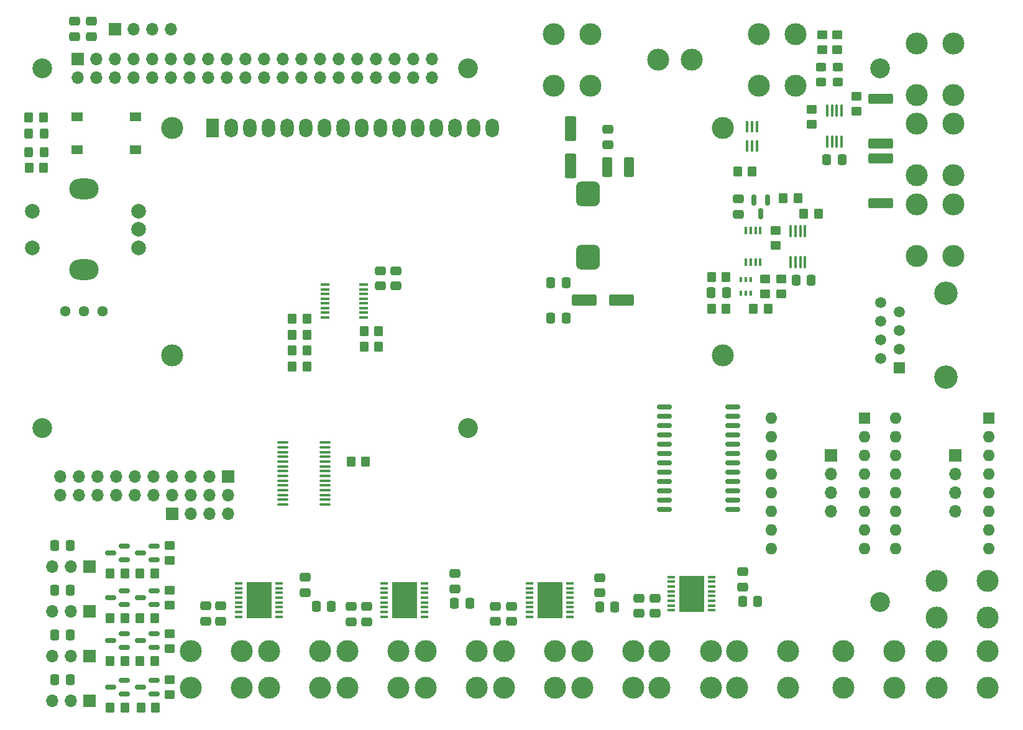
<source format=gbr>
%TF.GenerationSoftware,KiCad,Pcbnew,(6.0.7)*%
%TF.CreationDate,2022-11-14T00:19:26-05:00*%
%TF.ProjectId,MASA_Rover_1.0,4d415341-5f52-46f7-9665-725f312e302e,rev?*%
%TF.SameCoordinates,Original*%
%TF.FileFunction,Soldermask,Top*%
%TF.FilePolarity,Negative*%
%FSLAX46Y46*%
G04 Gerber Fmt 4.6, Leading zero omitted, Abs format (unit mm)*
G04 Created by KiCad (PCBNEW (6.0.7)) date 2022-11-14 00:19:26*
%MOMM*%
%LPD*%
G01*
G04 APERTURE LIST*
G04 Aperture macros list*
%AMRoundRect*
0 Rectangle with rounded corners*
0 $1 Rounding radius*
0 $2 $3 $4 $5 $6 $7 $8 $9 X,Y pos of 4 corners*
0 Add a 4 corners polygon primitive as box body*
4,1,4,$2,$3,$4,$5,$6,$7,$8,$9,$2,$3,0*
0 Add four circle primitives for the rounded corners*
1,1,$1+$1,$2,$3*
1,1,$1+$1,$4,$5*
1,1,$1+$1,$6,$7*
1,1,$1+$1,$8,$9*
0 Add four rect primitives between the rounded corners*
20,1,$1+$1,$2,$3,$4,$5,0*
20,1,$1+$1,$4,$5,$6,$7,0*
20,1,$1+$1,$6,$7,$8,$9,0*
20,1,$1+$1,$8,$9,$2,$3,0*%
G04 Aperture macros list end*
%ADD10RoundRect,0.250000X0.350000X0.450000X-0.350000X0.450000X-0.350000X-0.450000X0.350000X-0.450000X0*%
%ADD11RoundRect,0.249999X-1.425001X0.450001X-1.425001X-0.450001X1.425001X-0.450001X1.425001X0.450001X0*%
%ADD12RoundRect,0.250000X0.450000X-0.350000X0.450000X0.350000X-0.450000X0.350000X-0.450000X-0.350000X0*%
%ADD13RoundRect,0.250000X-0.337500X-0.475000X0.337500X-0.475000X0.337500X0.475000X-0.337500X0.475000X0*%
%ADD14RoundRect,0.150000X0.587500X0.150000X-0.587500X0.150000X-0.587500X-0.150000X0.587500X-0.150000X0*%
%ADD15R,1.700000X1.700000*%
%ADD16O,1.700000X1.700000*%
%ADD17C,2.000000*%
%ADD18O,4.000000X2.800000*%
%ADD19C,3.000000*%
%ADD20C,2.700000*%
%ADD21RoundRect,0.250000X-0.475000X0.337500X-0.475000X-0.337500X0.475000X-0.337500X0.475000X0.337500X0*%
%ADD22R,0.400000X0.650000*%
%ADD23R,1.050000X0.450000*%
%ADD24R,3.400000X5.000000*%
%ADD25RoundRect,0.250000X-0.350000X-0.450000X0.350000X-0.450000X0.350000X0.450000X-0.350000X0.450000X0*%
%ADD26RoundRect,0.250000X-0.325000X-0.450000X0.325000X-0.450000X0.325000X0.450000X-0.325000X0.450000X0*%
%ADD27RoundRect,0.250000X0.337500X0.475000X-0.337500X0.475000X-0.337500X-0.475000X0.337500X-0.475000X0*%
%ADD28R,0.400000X1.500000*%
%ADD29RoundRect,0.250000X0.550000X-1.412500X0.550000X1.412500X-0.550000X1.412500X-0.550000X-1.412500X0*%
%ADD30RoundRect,0.250000X0.475000X-0.337500X0.475000X0.337500X-0.475000X0.337500X-0.475000X-0.337500X0*%
%ADD31C,3.200000*%
%ADD32R,1.500000X1.500000*%
%ADD33C,1.500000*%
%ADD34RoundRect,0.812750X0.812750X-0.906750X0.812750X0.906750X-0.812750X0.906750X-0.812750X-0.906750X0*%
%ADD35RoundRect,0.150000X-0.150000X0.587500X-0.150000X-0.587500X0.150000X-0.587500X0.150000X0.587500X0*%
%ADD36RoundRect,0.150000X-0.875000X-0.150000X0.875000X-0.150000X0.875000X0.150000X-0.875000X0.150000X0*%
%ADD37R,1.200000X0.400000*%
%ADD38R,0.400000X1.100000*%
%ADD39RoundRect,0.250001X0.462499X1.074999X-0.462499X1.074999X-0.462499X-1.074999X0.462499X-1.074999X0*%
%ADD40RoundRect,0.250000X-0.450000X0.350000X-0.450000X-0.350000X0.450000X-0.350000X0.450000X0.350000X0*%
%ADD41RoundRect,0.250000X-0.450000X0.325000X-0.450000X-0.325000X0.450000X-0.325000X0.450000X0.325000X0*%
%ADD42C,1.440000*%
%ADD43R,1.800000X2.600000*%
%ADD44O,1.800000X2.600000*%
%ADD45RoundRect,0.100000X-0.100000X0.712500X-0.100000X-0.712500X0.100000X-0.712500X0.100000X0.712500X0*%
%ADD46RoundRect,0.100000X-0.637500X-0.100000X0.637500X-0.100000X0.637500X0.100000X-0.637500X0.100000X0*%
%ADD47RoundRect,0.250000X-1.412500X-0.550000X1.412500X-0.550000X1.412500X0.550000X-1.412500X0.550000X0*%
%ADD48RoundRect,0.250000X0.450000X-0.325000X0.450000X0.325000X-0.450000X0.325000X-0.450000X-0.325000X0*%
%ADD49R,1.550000X1.300000*%
%ADD50R,1.600000X1.600000*%
%ADD51O,1.600000X1.600000*%
G04 APERTURE END LIST*
D10*
%TO.C,R42*%
X51038000Y-146177000D03*
X49038000Y-146177000D03*
%TD*%
D11*
%TO.C,R19*%
X154051000Y-71372000D03*
X154051000Y-77472000D03*
%TD*%
D12*
%TO.C,R45*%
X57150000Y-144383000D03*
X57150000Y-142383000D03*
%TD*%
D13*
%TO.C,C30*%
X130915500Y-89662000D03*
X132990500Y-89662000D03*
%TD*%
D14*
%TO.C,Q10*%
X55039500Y-144333000D03*
X55039500Y-142433000D03*
X53164500Y-143383000D03*
%TD*%
D15*
%TO.C,J13*%
X46213000Y-133096000D03*
D16*
X43673000Y-133096000D03*
X41133000Y-133096000D03*
%TD*%
D17*
%TO.C,S2*%
X38462000Y-83526000D03*
X38462000Y-78526000D03*
D18*
X45462000Y-86526000D03*
X45462000Y-75526000D03*
D17*
X52962000Y-83526000D03*
X52962000Y-78526000D03*
X52962000Y-81026000D03*
%TD*%
D19*
%TO.C,J9*%
X163917000Y-84658000D03*
X163917000Y-77648000D03*
X158917000Y-84658000D03*
X158917000Y-77648000D03*
%TD*%
D20*
%TO.C,REF\u002A\u002A*%
X153900000Y-131826000D03*
%TD*%
D10*
%TO.C,R39*%
X51038000Y-139827000D03*
X49038000Y-139827000D03*
%TD*%
D20*
%TO.C,REF\u002A\u002A*%
X39790000Y-59086500D03*
%TD*%
D21*
%TO.C,C21*%
X88011000Y-86656000D03*
X88011000Y-88731000D03*
%TD*%
D10*
%TO.C,R43*%
X85645500Y-97028000D03*
X83645500Y-97028000D03*
%TD*%
D22*
%TO.C,Q2*%
X136286000Y-87823000D03*
X135636000Y-87823000D03*
X134986000Y-87823000D03*
X134986000Y-89723000D03*
X135636000Y-89723000D03*
X136286000Y-89723000D03*
%TD*%
D13*
%TO.C,C28*%
X142472500Y-87930500D03*
X144547500Y-87930500D03*
%TD*%
D10*
%TO.C,R30*%
X132953000Y-91821000D03*
X130953000Y-91821000D03*
%TD*%
D20*
%TO.C,REF\u002A\u002A*%
X153924000Y-59086500D03*
%TD*%
D15*
%TO.C,J15*%
X46228000Y-145288000D03*
D16*
X43688000Y-145288000D03*
X41148000Y-145288000D03*
%TD*%
D23*
%TO.C,U13*%
X106157000Y-129267000D03*
X106157000Y-129917000D03*
X106157000Y-130567000D03*
X106157000Y-131217000D03*
X106157000Y-131867000D03*
X106157000Y-132517000D03*
X106157000Y-133167000D03*
X106157000Y-133817000D03*
X111707000Y-133817000D03*
X111707000Y-133167000D03*
X111707000Y-132517000D03*
X111707000Y-131867000D03*
X111707000Y-131217000D03*
X111707000Y-130567000D03*
X111707000Y-129917000D03*
X111707000Y-129267000D03*
D24*
X108932000Y-131542000D03*
%TD*%
D21*
%TO.C,C22*%
X85852000Y-86656000D03*
X85852000Y-88731000D03*
%TD*%
D25*
%TO.C,R44*%
X83645500Y-94932500D03*
X85645500Y-94932500D03*
%TD*%
%TO.C,R50*%
X73866500Y-99695000D03*
X75866500Y-99695000D03*
%TD*%
D19*
%TO.C,J8*%
X158917000Y-55677000D03*
X158917000Y-62687000D03*
X163917000Y-62687000D03*
X163917000Y-55677000D03*
%TD*%
D11*
%TO.C,R18*%
X154051000Y-63244000D03*
X154051000Y-69344000D03*
%TD*%
D19*
%TO.C,J5*%
X109500000Y-54407000D03*
X114500000Y-61417000D03*
X114500000Y-54407000D03*
X109500000Y-61417000D03*
%TD*%
%TO.C,J16*%
X59995000Y-143470000D03*
X67005000Y-143470000D03*
X67005000Y-138470000D03*
X59995000Y-138470000D03*
%TD*%
D26*
%TO.C,D4*%
X37964000Y-70494500D03*
X40014000Y-70494500D03*
%TD*%
D15*
%TO.C,J12*%
X46213000Y-127000000D03*
D16*
X43673000Y-127000000D03*
X41133000Y-127000000D03*
%TD*%
D27*
%TO.C,C46*%
X117787500Y-132500000D03*
X115712500Y-132500000D03*
%TD*%
D21*
%TO.C,C41*%
X75628500Y-128439000D03*
X75628500Y-130514000D03*
%TD*%
D28*
%TO.C,U1*%
X135831000Y-69655000D03*
X136481000Y-69655000D03*
X137131000Y-69655000D03*
X137131000Y-66995000D03*
X136481000Y-66995000D03*
X135831000Y-66995000D03*
%TD*%
D29*
%TO.C,C16*%
X111760000Y-72387500D03*
X111760000Y-67312500D03*
%TD*%
D27*
%TO.C,C12*%
X111146500Y-88265000D03*
X109071500Y-88265000D03*
%TD*%
%TO.C,C31*%
X43582500Y-124079000D03*
X41507500Y-124079000D03*
%TD*%
D25*
%TO.C,R38*%
X53102000Y-139827000D03*
X55102000Y-139827000D03*
%TD*%
%TO.C,R27*%
X130953000Y-87503000D03*
X132953000Y-87503000D03*
%TD*%
D19*
%TO.C,J22*%
X141427000Y-138470000D03*
X134417000Y-143470000D03*
X141427000Y-143470000D03*
X134417000Y-138470000D03*
%TD*%
%TO.C,J29*%
X168605000Y-138470000D03*
X161595000Y-143470000D03*
X168605000Y-143470000D03*
X161595000Y-138470000D03*
%TD*%
D21*
%TO.C,C39*%
X84010500Y-132439500D03*
X84010500Y-134514500D03*
%TD*%
D25*
%TO.C,R41*%
X53229000Y-146177000D03*
X55229000Y-146177000D03*
%TD*%
D27*
%TO.C,C76*%
X111146500Y-93091000D03*
X109071500Y-93091000D03*
%TD*%
D23*
%TO.C,U10*%
X66533000Y-129267000D03*
X66533000Y-129917000D03*
X66533000Y-130567000D03*
X66533000Y-131217000D03*
X66533000Y-131867000D03*
X66533000Y-132517000D03*
X66533000Y-133167000D03*
X66533000Y-133817000D03*
X72083000Y-133817000D03*
X72083000Y-133167000D03*
X72083000Y-132517000D03*
X72083000Y-131867000D03*
X72083000Y-131217000D03*
X72083000Y-130567000D03*
X72083000Y-129917000D03*
X72083000Y-129267000D03*
D24*
X69308000Y-131542000D03*
%TD*%
D12*
%TO.C,R40*%
X57150000Y-138160000D03*
X57150000Y-136160000D03*
%TD*%
D30*
%TO.C,C1*%
X44196000Y-54758500D03*
X44196000Y-52683500D03*
%TD*%
D10*
%TO.C,R53*%
X75866500Y-95377000D03*
X73866500Y-95377000D03*
%TD*%
D12*
%TO.C,R34*%
X57150000Y-126095000D03*
X57150000Y-124095000D03*
%TD*%
D15*
%TO.C,J1*%
X49667000Y-53721000D03*
D16*
X52207000Y-53721000D03*
X54747000Y-53721000D03*
X57287000Y-53721000D03*
%TD*%
D31*
%TO.C,J3*%
X162921000Y-89753500D03*
X162921000Y-101183500D03*
D32*
X156571000Y-99913500D03*
D33*
X154031000Y-98643500D03*
X156571000Y-97373500D03*
X154031000Y-96103500D03*
X156571000Y-94833500D03*
X154031000Y-93563500D03*
X156571000Y-92293500D03*
X154031000Y-91023500D03*
%TD*%
D34*
%TO.C,L1*%
X114173000Y-84831000D03*
X114173000Y-76205000D03*
%TD*%
D35*
%TO.C,Q3*%
X138618000Y-77040500D03*
X136718000Y-77040500D03*
X137668000Y-78915500D03*
%TD*%
D21*
%TO.C,C47*%
X103695500Y-132376000D03*
X103695500Y-134451000D03*
%TD*%
D12*
%TO.C,R37*%
X57150000Y-132191000D03*
X57150000Y-130191000D03*
%TD*%
D36*
%TO.C,U5*%
X124572500Y-105219500D03*
X124572500Y-106489500D03*
X124572500Y-107759500D03*
X124572500Y-109029500D03*
X124572500Y-110299500D03*
X124572500Y-111569500D03*
X124572500Y-112839500D03*
X124572500Y-114109500D03*
X124572500Y-115379500D03*
X124572500Y-116649500D03*
X124572500Y-117919500D03*
X124572500Y-119189500D03*
X133872500Y-119189500D03*
X133872500Y-117919500D03*
X133872500Y-116649500D03*
X133872500Y-115379500D03*
X133872500Y-114109500D03*
X133872500Y-112839500D03*
X133872500Y-111569500D03*
X133872500Y-110299500D03*
X133872500Y-109029500D03*
X133872500Y-107759500D03*
X133872500Y-106489500D03*
X133872500Y-105219500D03*
%TD*%
D10*
%TO.C,R31*%
X142732000Y-76754500D03*
X140732000Y-76754500D03*
%TD*%
D37*
%TO.C,U4*%
X78362500Y-88582500D03*
X78362500Y-89217500D03*
X78362500Y-89852500D03*
X78362500Y-90487500D03*
X78362500Y-91122500D03*
X78362500Y-91757500D03*
X78362500Y-92392500D03*
X78362500Y-93027500D03*
X83562500Y-93027500D03*
X83562500Y-92392500D03*
X83562500Y-91757500D03*
X83562500Y-91122500D03*
X83562500Y-90487500D03*
X83562500Y-89852500D03*
X83562500Y-89217500D03*
X83562500Y-88582500D03*
%TD*%
D12*
%TO.C,R21*%
X150749000Y-64881000D03*
X150749000Y-62881000D03*
%TD*%
D14*
%TO.C,Q7*%
X50975500Y-132141000D03*
X50975500Y-130241000D03*
X49100500Y-131191000D03*
%TD*%
D38*
%TO.C,U9*%
X135677000Y-85508500D03*
X136327000Y-85508500D03*
X136977000Y-85508500D03*
X137627000Y-85508500D03*
X137627000Y-81208500D03*
X136977000Y-81208500D03*
X136327000Y-81208500D03*
X135677000Y-81208500D03*
%TD*%
D12*
%TO.C,R29*%
X139700000Y-83215500D03*
X139700000Y-81215500D03*
%TD*%
D20*
%TO.C,REF\u002A\u002A*%
X97790000Y-108086500D03*
%TD*%
D27*
%TO.C,C33*%
X43582500Y-136271000D03*
X41507500Y-136271000D03*
%TD*%
D26*
%TO.C,D5*%
X37964000Y-67954500D03*
X40014000Y-67954500D03*
%TD*%
D20*
%TO.C,REF\u002A\u002A*%
X39790000Y-108086500D03*
%TD*%
D25*
%TO.C,R52*%
X73866500Y-93218000D03*
X75866500Y-93218000D03*
%TD*%
D19*
%TO.C,J10*%
X163917000Y-73609000D03*
X158917000Y-73609000D03*
X163917000Y-66599000D03*
X158917000Y-66599000D03*
%TD*%
D15*
%TO.C,J26*%
X147246500Y-111833500D03*
D16*
X147246500Y-114373500D03*
X147246500Y-116913500D03*
X147246500Y-119453500D03*
%TD*%
D14*
%TO.C,Q4*%
X55039500Y-126045000D03*
X55039500Y-124145000D03*
X53164500Y-125095000D03*
%TD*%
D39*
%TO.C,L2*%
X119724500Y-72517000D03*
X116749500Y-72517000D03*
%TD*%
D15*
%TO.C,J27*%
X164137500Y-111823500D03*
D16*
X164137500Y-114363500D03*
X164137500Y-116903500D03*
X164137500Y-119443500D03*
%TD*%
D19*
%TO.C,J23*%
X120345000Y-143470000D03*
X120345000Y-138470000D03*
X113335000Y-143470000D03*
X113335000Y-138470000D03*
%TD*%
D10*
%TO.C,R51*%
X75866500Y-97536000D03*
X73866500Y-97536000D03*
%TD*%
D21*
%TO.C,C37*%
X62103000Y-132334000D03*
X62103000Y-134409000D03*
%TD*%
D40*
%TO.C,R5*%
X146050000Y-54499000D03*
X146050000Y-56499000D03*
%TD*%
D10*
%TO.C,R2*%
X136509000Y-73152000D03*
X134509000Y-73152000D03*
%TD*%
D19*
%TO.C,J17*%
X88341000Y-138470000D03*
X88341000Y-143470000D03*
X81331000Y-143470000D03*
X81331000Y-138470000D03*
%TD*%
D23*
%TO.C,U12*%
X125461000Y-128388000D03*
X125461000Y-129038000D03*
X125461000Y-129688000D03*
X125461000Y-130338000D03*
X125461000Y-130988000D03*
X125461000Y-131638000D03*
X125461000Y-132288000D03*
X125461000Y-132938000D03*
X131011000Y-132938000D03*
X131011000Y-132288000D03*
X131011000Y-131638000D03*
X131011000Y-130988000D03*
X131011000Y-130338000D03*
X131011000Y-129688000D03*
X131011000Y-129038000D03*
X131011000Y-128388000D03*
D24*
X128236000Y-130663000D03*
%TD*%
D30*
%TO.C,C2*%
X46482000Y-54758500D03*
X46482000Y-52683500D03*
%TD*%
D14*
%TO.C,Q11*%
X50975500Y-144333000D03*
X50975500Y-142433000D03*
X49100500Y-143383000D03*
%TD*%
D41*
%TO.C,D3*%
X148200000Y-58919000D03*
X148200000Y-60969000D03*
%TD*%
D23*
%TO.C,U11*%
X86345000Y-129267000D03*
X86345000Y-129917000D03*
X86345000Y-130567000D03*
X86345000Y-131217000D03*
X86345000Y-131867000D03*
X86345000Y-132517000D03*
X86345000Y-133167000D03*
X86345000Y-133817000D03*
X91895000Y-133817000D03*
X91895000Y-133167000D03*
X91895000Y-132517000D03*
X91895000Y-131867000D03*
X91895000Y-131217000D03*
X91895000Y-130567000D03*
X91895000Y-129917000D03*
X91895000Y-129267000D03*
D24*
X89120000Y-131542000D03*
%TD*%
D19*
%TO.C,J4*%
X142440000Y-61417000D03*
X137440000Y-61417000D03*
X142440000Y-54407000D03*
X137440000Y-54407000D03*
%TD*%
%TO.C,J19*%
X91999000Y-138470000D03*
X91999000Y-143470000D03*
X99009000Y-138470000D03*
X99009000Y-143470000D03*
%TD*%
D10*
%TO.C,R33*%
X51038000Y-127889000D03*
X49038000Y-127889000D03*
%TD*%
D19*
%TO.C,J20*%
X130886000Y-138470000D03*
X130886000Y-143470000D03*
X123876000Y-138470000D03*
X123876000Y-143470000D03*
%TD*%
D42*
%TO.C,RV1*%
X48006000Y-92202000D03*
X45466000Y-92202000D03*
X42926000Y-92202000D03*
%TD*%
D40*
%TO.C,R28*%
X138303000Y-87773000D03*
X138303000Y-89773000D03*
%TD*%
D19*
%TO.C,J18*%
X70663000Y-138470000D03*
X70663000Y-143470000D03*
X77673000Y-143470000D03*
X77673000Y-138470000D03*
%TD*%
%TO.C,U3*%
X132492000Y-67192500D03*
X57492900Y-98193200D03*
X132491480Y-98193200D03*
X57492900Y-67192500D03*
D43*
X62992000Y-67192500D03*
D44*
X65532000Y-67192500D03*
X68072000Y-67192500D03*
X70612000Y-67192500D03*
X73152000Y-67192500D03*
X75692000Y-67192500D03*
X78232000Y-67192500D03*
X80772000Y-67192500D03*
X83312000Y-67192500D03*
X85852000Y-67192500D03*
X88392000Y-67192500D03*
X90932000Y-67192500D03*
X93472000Y-67192500D03*
X96012000Y-67192500D03*
X98552000Y-67192500D03*
X101092000Y-67192500D03*
%TD*%
D15*
%TO.C,J7*%
X65082500Y-114676000D03*
D16*
X65082500Y-117216000D03*
X62542500Y-114676000D03*
X62542500Y-117216000D03*
X60002500Y-114676000D03*
X60002500Y-117216000D03*
X57462500Y-114676000D03*
X57462500Y-117216000D03*
X54922500Y-114676000D03*
X54922500Y-117216000D03*
X52382500Y-114676000D03*
X52382500Y-117216000D03*
X49842500Y-114676000D03*
X49842500Y-117216000D03*
X47302500Y-114676000D03*
X47302500Y-117216000D03*
X44762500Y-114676000D03*
X44762500Y-117216000D03*
X42222500Y-114676000D03*
X42222500Y-117216000D03*
%TD*%
D21*
%TO.C,C40*%
X81851500Y-132439500D03*
X81851500Y-134514500D03*
%TD*%
%TO.C,C49*%
X135250000Y-127675000D03*
X135250000Y-129750000D03*
%TD*%
D15*
%TO.C,J14*%
X46213000Y-139192000D03*
D16*
X43673000Y-139192000D03*
X41133000Y-139192000D03*
%TD*%
D21*
%TO.C,C48*%
X101536500Y-132376000D03*
X101536500Y-134451000D03*
%TD*%
D25*
%TO.C,R7*%
X37989000Y-72653500D03*
X39989000Y-72653500D03*
%TD*%
D45*
%TO.C,U8*%
X143723000Y-81246000D03*
X143073000Y-81246000D03*
X142423000Y-81246000D03*
X141773000Y-81246000D03*
X141773000Y-85471000D03*
X142423000Y-85471000D03*
X143073000Y-85471000D03*
X143723000Y-85471000D03*
%TD*%
D27*
%TO.C,C38*%
X98037500Y-132000000D03*
X95962500Y-132000000D03*
%TD*%
D45*
%TO.C,U7*%
X148676000Y-64816500D03*
X148026000Y-64816500D03*
X147376000Y-64816500D03*
X146726000Y-64816500D03*
X146726000Y-69041500D03*
X147376000Y-69041500D03*
X148026000Y-69041500D03*
X148676000Y-69041500D03*
%TD*%
D46*
%TO.C,U6*%
X72575500Y-110075000D03*
X72575500Y-110725000D03*
X72575500Y-111375000D03*
X72575500Y-112025000D03*
X72575500Y-112675000D03*
X72575500Y-113325000D03*
X72575500Y-113975000D03*
X72575500Y-114625000D03*
X72575500Y-115275000D03*
X72575500Y-115925000D03*
X72575500Y-116575000D03*
X72575500Y-117225000D03*
X72575500Y-117875000D03*
X72575500Y-118525000D03*
X78300500Y-118525000D03*
X78300500Y-117875000D03*
X78300500Y-117225000D03*
X78300500Y-116575000D03*
X78300500Y-115925000D03*
X78300500Y-115275000D03*
X78300500Y-114625000D03*
X78300500Y-113975000D03*
X78300500Y-113325000D03*
X78300500Y-112675000D03*
X78300500Y-112025000D03*
X78300500Y-111375000D03*
X78300500Y-110725000D03*
X78300500Y-110075000D03*
%TD*%
D19*
%TO.C,S1*%
X123670000Y-57912000D03*
X128270000Y-57912000D03*
%TD*%
D21*
%TO.C,C29*%
X134620000Y-76860000D03*
X134620000Y-78935000D03*
%TD*%
D12*
%TO.C,R24*%
X144653000Y-66659000D03*
X144653000Y-64659000D03*
%TD*%
D47*
%TO.C,C11*%
X113667500Y-90678000D03*
X118742500Y-90678000D03*
%TD*%
D13*
%TO.C,C27*%
X146663500Y-71501000D03*
X148738500Y-71501000D03*
%TD*%
D25*
%TO.C,R8*%
X37961548Y-65795500D03*
X39961548Y-65795500D03*
%TD*%
D27*
%TO.C,C35*%
X79206000Y-132397500D03*
X77131000Y-132397500D03*
%TD*%
%TO.C,C32*%
X43582500Y-130175000D03*
X41507500Y-130175000D03*
%TD*%
D12*
%TO.C,R25*%
X140462000Y-89773000D03*
X140462000Y-87773000D03*
%TD*%
D21*
%TO.C,C44*%
X123253500Y-131296500D03*
X123253500Y-133371500D03*
%TD*%
%TO.C,C45*%
X121094500Y-131296500D03*
X121094500Y-133371500D03*
%TD*%
D25*
%TO.C,R22*%
X143526000Y-78867000D03*
X145526000Y-78867000D03*
%TD*%
D21*
%TO.C,C36*%
X64135000Y-132334000D03*
X64135000Y-134409000D03*
%TD*%
D25*
%TO.C,R35*%
X53102000Y-133985000D03*
X55102000Y-133985000D03*
%TD*%
D20*
%TO.C,REF\u002A\u002A*%
X97790000Y-59086500D03*
%TD*%
D40*
%TO.C,R6*%
X148082000Y-54499000D03*
X148082000Y-56499000D03*
%TD*%
D19*
%TO.C,J21*%
X102667000Y-138470000D03*
X102667000Y-143470000D03*
X109677000Y-138470000D03*
X109677000Y-143470000D03*
%TD*%
D14*
%TO.C,Q8*%
X55039500Y-137983000D03*
X55039500Y-136083000D03*
X53164500Y-137033000D03*
%TD*%
D10*
%TO.C,R36*%
X51038000Y-133985000D03*
X49038000Y-133985000D03*
%TD*%
D25*
%TO.C,R17*%
X81867500Y-112649000D03*
X83867500Y-112649000D03*
%TD*%
D19*
%TO.C,J24*%
X155905000Y-138470000D03*
X148895000Y-138470000D03*
X148895000Y-143470000D03*
X155905000Y-143470000D03*
%TD*%
D27*
%TO.C,C34*%
X43582500Y-142367000D03*
X41507500Y-142367000D03*
%TD*%
%TO.C,C43*%
X137287500Y-131712500D03*
X135212500Y-131712500D03*
%TD*%
D48*
%TO.C,D2*%
X145900000Y-60969000D03*
X145900000Y-58919000D03*
%TD*%
D30*
%TO.C,C15*%
X116840000Y-69490500D03*
X116840000Y-67415500D03*
%TD*%
D21*
%TO.C,C42*%
X96050000Y-127925000D03*
X96050000Y-130000000D03*
%TD*%
D10*
%TO.C,R26*%
X138668000Y-91821000D03*
X136668000Y-91821000D03*
%TD*%
D14*
%TO.C,Q5*%
X50975500Y-126045000D03*
X50975500Y-124145000D03*
X49100500Y-125095000D03*
%TD*%
%TO.C,Q9*%
X50975500Y-137983000D03*
X50975500Y-136083000D03*
X49100500Y-137033000D03*
%TD*%
D15*
%TO.C,J6*%
X57467500Y-119761000D03*
D16*
X60007500Y-119761000D03*
X62547500Y-119761000D03*
X65087500Y-119761000D03*
%TD*%
D19*
%TO.C,J28*%
X161595000Y-133945000D03*
X161595000Y-128945000D03*
X168605000Y-133945000D03*
X168605000Y-128945000D03*
%TD*%
D49*
%TO.C,S3*%
X44539000Y-70204500D03*
X52489000Y-70204500D03*
X52489000Y-65704500D03*
X44539000Y-65704500D03*
%TD*%
D25*
%TO.C,R32*%
X53102000Y-127889000D03*
X55102000Y-127889000D03*
%TD*%
D14*
%TO.C,Q6*%
X55039500Y-132141000D03*
X55039500Y-130241000D03*
X53164500Y-131191000D03*
%TD*%
D21*
%TO.C,C50*%
X115750000Y-128462500D03*
X115750000Y-130537500D03*
%TD*%
D15*
%TO.C,J2*%
X44635000Y-57811500D03*
D16*
X44635000Y-60351500D03*
X47175000Y-57811500D03*
X47175000Y-60351500D03*
X49715000Y-57811500D03*
X49715000Y-60351500D03*
X52255000Y-57811500D03*
X52255000Y-60351500D03*
X54795000Y-57811500D03*
X54795000Y-60351500D03*
X57335000Y-57811500D03*
X57335000Y-60351500D03*
X59875000Y-57811500D03*
X59875000Y-60351500D03*
X62415000Y-57811500D03*
X62415000Y-60351500D03*
X64955000Y-57811500D03*
X64955000Y-60351500D03*
X67495000Y-57811500D03*
X67495000Y-60351500D03*
X70035000Y-57811500D03*
X70035000Y-60351500D03*
X72575000Y-57811500D03*
X72575000Y-60351500D03*
X75115000Y-57811500D03*
X75115000Y-60351500D03*
X77655000Y-57811500D03*
X77655000Y-60351500D03*
X80195000Y-57811500D03*
X80195000Y-60351500D03*
X82735000Y-57811500D03*
X82735000Y-60351500D03*
X85275000Y-57811500D03*
X85275000Y-60351500D03*
X87815000Y-57811500D03*
X87815000Y-60351500D03*
X90355000Y-57811500D03*
X90355000Y-60351500D03*
X92895000Y-57811500D03*
X92895000Y-60351500D03*
%TD*%
D50*
%TO.C,A1*%
X151818500Y-106743500D03*
D51*
X151818500Y-109283500D03*
X151818500Y-111823500D03*
X151818500Y-114363500D03*
X151818500Y-116903500D03*
X151818500Y-119443500D03*
X151818500Y-121983500D03*
X151818500Y-124523500D03*
X139118500Y-124523500D03*
X139118500Y-121983500D03*
X139118500Y-119443500D03*
X139118500Y-116903500D03*
X139118500Y-114363500D03*
X139118500Y-111823500D03*
X139118500Y-109283500D03*
X139118500Y-106743500D03*
%TD*%
D50*
%TO.C,A2*%
X168709500Y-106743500D03*
D51*
X168709500Y-109283500D03*
X168709500Y-111823500D03*
X168709500Y-114363500D03*
X168709500Y-116903500D03*
X168709500Y-119443500D03*
X168709500Y-121983500D03*
X168709500Y-124523500D03*
X156009500Y-124523500D03*
X156009500Y-121983500D03*
X156009500Y-119443500D03*
X156009500Y-116903500D03*
X156009500Y-114363500D03*
X156009500Y-111823500D03*
X156009500Y-109283500D03*
X156009500Y-106743500D03*
%TD*%
M02*

</source>
